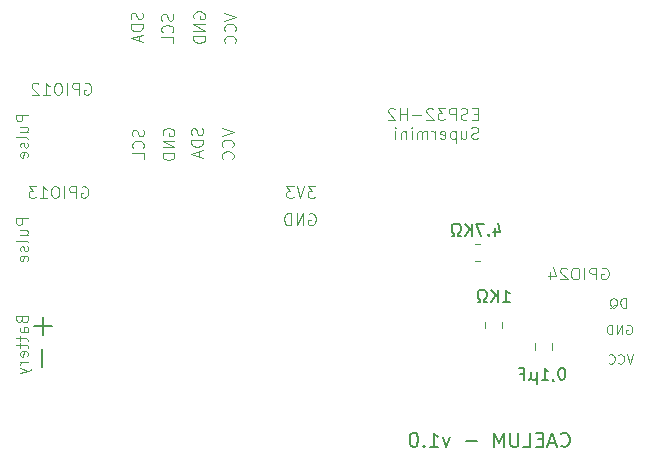
<source format=gbo>
%TF.GenerationSoftware,KiCad,Pcbnew,9.0.5*%
%TF.CreationDate,2025-11-19T14:43:04+01:00*%
%TF.ProjectId,caelum,6361656c-756d-42e6-9b69-6361645f7063,rev?*%
%TF.SameCoordinates,Original*%
%TF.FileFunction,Legend,Bot*%
%TF.FilePolarity,Positive*%
%FSLAX46Y46*%
G04 Gerber Fmt 4.6, Leading zero omitted, Abs format (unit mm)*
G04 Created by KiCad (PCBNEW 9.0.5) date 2025-11-19 14:43:04*
%MOMM*%
%LPD*%
G01*
G04 APERTURE LIST*
%ADD10C,0.125000*%
%ADD11C,0.200000*%
%ADD12C,0.150000*%
%ADD13C,0.120000*%
G04 APERTURE END LIST*
D10*
X83174906Y-42371119D02*
X82555859Y-42371119D01*
X82555859Y-42371119D02*
X82889192Y-42752071D01*
X82889192Y-42752071D02*
X82746335Y-42752071D01*
X82746335Y-42752071D02*
X82651097Y-42799690D01*
X82651097Y-42799690D02*
X82603478Y-42847309D01*
X82603478Y-42847309D02*
X82555859Y-42942547D01*
X82555859Y-42942547D02*
X82555859Y-43180642D01*
X82555859Y-43180642D02*
X82603478Y-43275880D01*
X82603478Y-43275880D02*
X82651097Y-43323500D01*
X82651097Y-43323500D02*
X82746335Y-43371119D01*
X82746335Y-43371119D02*
X83032049Y-43371119D01*
X83032049Y-43371119D02*
X83127287Y-43323500D01*
X83127287Y-43323500D02*
X83174906Y-43275880D01*
X82270144Y-42371119D02*
X81936811Y-43371119D01*
X81936811Y-43371119D02*
X81603478Y-42371119D01*
X81365382Y-42371119D02*
X80746335Y-42371119D01*
X80746335Y-42371119D02*
X81079668Y-42752071D01*
X81079668Y-42752071D02*
X80936811Y-42752071D01*
X80936811Y-42752071D02*
X80841573Y-42799690D01*
X80841573Y-42799690D02*
X80793954Y-42847309D01*
X80793954Y-42847309D02*
X80746335Y-42942547D01*
X80746335Y-42942547D02*
X80746335Y-43180642D01*
X80746335Y-43180642D02*
X80793954Y-43275880D01*
X80793954Y-43275880D02*
X80841573Y-43323500D01*
X80841573Y-43323500D02*
X80936811Y-43371119D01*
X80936811Y-43371119D02*
X81222525Y-43371119D01*
X81222525Y-43371119D02*
X81317763Y-43323500D01*
X81317763Y-43323500D02*
X81365382Y-43275880D01*
X82655859Y-44718738D02*
X82751097Y-44671119D01*
X82751097Y-44671119D02*
X82893954Y-44671119D01*
X82893954Y-44671119D02*
X83036811Y-44718738D01*
X83036811Y-44718738D02*
X83132049Y-44813976D01*
X83132049Y-44813976D02*
X83179668Y-44909214D01*
X83179668Y-44909214D02*
X83227287Y-45099690D01*
X83227287Y-45099690D02*
X83227287Y-45242547D01*
X83227287Y-45242547D02*
X83179668Y-45433023D01*
X83179668Y-45433023D02*
X83132049Y-45528261D01*
X83132049Y-45528261D02*
X83036811Y-45623500D01*
X83036811Y-45623500D02*
X82893954Y-45671119D01*
X82893954Y-45671119D02*
X82798716Y-45671119D01*
X82798716Y-45671119D02*
X82655859Y-45623500D01*
X82655859Y-45623500D02*
X82608240Y-45575880D01*
X82608240Y-45575880D02*
X82608240Y-45242547D01*
X82608240Y-45242547D02*
X82798716Y-45242547D01*
X82179668Y-45671119D02*
X82179668Y-44671119D01*
X82179668Y-44671119D02*
X81608240Y-45671119D01*
X81608240Y-45671119D02*
X81608240Y-44671119D01*
X81132049Y-45671119D02*
X81132049Y-44671119D01*
X81132049Y-44671119D02*
X80893954Y-44671119D01*
X80893954Y-44671119D02*
X80751097Y-44718738D01*
X80751097Y-44718738D02*
X80655859Y-44813976D01*
X80655859Y-44813976D02*
X80608240Y-44909214D01*
X80608240Y-44909214D02*
X80560621Y-45099690D01*
X80560621Y-45099690D02*
X80560621Y-45242547D01*
X80560621Y-45242547D02*
X80608240Y-45433023D01*
X80608240Y-45433023D02*
X80655859Y-45528261D01*
X80655859Y-45528261D02*
X80751097Y-45623500D01*
X80751097Y-45623500D02*
X80893954Y-45671119D01*
X80893954Y-45671119D02*
X81132049Y-45671119D01*
D11*
X103996993Y-64328457D02*
X104054136Y-64385600D01*
X104054136Y-64385600D02*
X104225564Y-64442742D01*
X104225564Y-64442742D02*
X104339850Y-64442742D01*
X104339850Y-64442742D02*
X104511279Y-64385600D01*
X104511279Y-64385600D02*
X104625564Y-64271314D01*
X104625564Y-64271314D02*
X104682707Y-64157028D01*
X104682707Y-64157028D02*
X104739850Y-63928457D01*
X104739850Y-63928457D02*
X104739850Y-63757028D01*
X104739850Y-63757028D02*
X104682707Y-63528457D01*
X104682707Y-63528457D02*
X104625564Y-63414171D01*
X104625564Y-63414171D02*
X104511279Y-63299885D01*
X104511279Y-63299885D02*
X104339850Y-63242742D01*
X104339850Y-63242742D02*
X104225564Y-63242742D01*
X104225564Y-63242742D02*
X104054136Y-63299885D01*
X104054136Y-63299885D02*
X103996993Y-63357028D01*
X103539850Y-64099885D02*
X102968422Y-64099885D01*
X103654136Y-64442742D02*
X103254136Y-63242742D01*
X103254136Y-63242742D02*
X102854136Y-64442742D01*
X102454136Y-63814171D02*
X102054136Y-63814171D01*
X101882708Y-64442742D02*
X102454136Y-64442742D01*
X102454136Y-64442742D02*
X102454136Y-63242742D01*
X102454136Y-63242742D02*
X101882708Y-63242742D01*
X100796994Y-64442742D02*
X101368422Y-64442742D01*
X101368422Y-64442742D02*
X101368422Y-63242742D01*
X100396993Y-63242742D02*
X100396993Y-64214171D01*
X100396993Y-64214171D02*
X100339850Y-64328457D01*
X100339850Y-64328457D02*
X100282708Y-64385600D01*
X100282708Y-64385600D02*
X100168422Y-64442742D01*
X100168422Y-64442742D02*
X99939850Y-64442742D01*
X99939850Y-64442742D02*
X99825565Y-64385600D01*
X99825565Y-64385600D02*
X99768422Y-64328457D01*
X99768422Y-64328457D02*
X99711279Y-64214171D01*
X99711279Y-64214171D02*
X99711279Y-63242742D01*
X99139850Y-64442742D02*
X99139850Y-63242742D01*
X99139850Y-63242742D02*
X98739850Y-64099885D01*
X98739850Y-64099885D02*
X98339850Y-63242742D01*
X98339850Y-63242742D02*
X98339850Y-64442742D01*
X96854135Y-63985600D02*
X95939850Y-63985600D01*
X94568421Y-63642742D02*
X94282707Y-64442742D01*
X94282707Y-64442742D02*
X93996992Y-63642742D01*
X92911278Y-64442742D02*
X93596992Y-64442742D01*
X93254135Y-64442742D02*
X93254135Y-63242742D01*
X93254135Y-63242742D02*
X93368421Y-63414171D01*
X93368421Y-63414171D02*
X93482706Y-63528457D01*
X93482706Y-63528457D02*
X93596992Y-63585600D01*
X92396992Y-64328457D02*
X92339849Y-64385600D01*
X92339849Y-64385600D02*
X92396992Y-64442742D01*
X92396992Y-64442742D02*
X92454135Y-64385600D01*
X92454135Y-64385600D02*
X92396992Y-64328457D01*
X92396992Y-64328457D02*
X92396992Y-64442742D01*
X91596992Y-63242742D02*
X91482706Y-63242742D01*
X91482706Y-63242742D02*
X91368420Y-63299885D01*
X91368420Y-63299885D02*
X91311278Y-63357028D01*
X91311278Y-63357028D02*
X91254135Y-63471314D01*
X91254135Y-63471314D02*
X91196992Y-63699885D01*
X91196992Y-63699885D02*
X91196992Y-63985600D01*
X91196992Y-63985600D02*
X91254135Y-64214171D01*
X91254135Y-64214171D02*
X91311278Y-64328457D01*
X91311278Y-64328457D02*
X91368420Y-64385600D01*
X91368420Y-64385600D02*
X91482706Y-64442742D01*
X91482706Y-64442742D02*
X91596992Y-64442742D01*
X91596992Y-64442742D02*
X91711278Y-64385600D01*
X91711278Y-64385600D02*
X91768420Y-64328457D01*
X91768420Y-64328457D02*
X91825563Y-64214171D01*
X91825563Y-64214171D02*
X91882706Y-63985600D01*
X91882706Y-63985600D02*
X91882706Y-63699885D01*
X91882706Y-63699885D02*
X91825563Y-63471314D01*
X91825563Y-63471314D02*
X91768420Y-63357028D01*
X91768420Y-63357028D02*
X91711278Y-63299885D01*
X91711278Y-63299885D02*
X91596992Y-63242742D01*
D10*
X70318738Y-38044140D02*
X70271119Y-37948902D01*
X70271119Y-37948902D02*
X70271119Y-37806045D01*
X70271119Y-37806045D02*
X70318738Y-37663188D01*
X70318738Y-37663188D02*
X70413976Y-37567950D01*
X70413976Y-37567950D02*
X70509214Y-37520331D01*
X70509214Y-37520331D02*
X70699690Y-37472712D01*
X70699690Y-37472712D02*
X70842547Y-37472712D01*
X70842547Y-37472712D02*
X71033023Y-37520331D01*
X71033023Y-37520331D02*
X71128261Y-37567950D01*
X71128261Y-37567950D02*
X71223500Y-37663188D01*
X71223500Y-37663188D02*
X71271119Y-37806045D01*
X71271119Y-37806045D02*
X71271119Y-37901283D01*
X71271119Y-37901283D02*
X71223500Y-38044140D01*
X71223500Y-38044140D02*
X71175880Y-38091759D01*
X71175880Y-38091759D02*
X70842547Y-38091759D01*
X70842547Y-38091759D02*
X70842547Y-37901283D01*
X71271119Y-38520331D02*
X70271119Y-38520331D01*
X70271119Y-38520331D02*
X71271119Y-39091759D01*
X71271119Y-39091759D02*
X70271119Y-39091759D01*
X71271119Y-39567950D02*
X70271119Y-39567950D01*
X70271119Y-39567950D02*
X70271119Y-39806045D01*
X70271119Y-39806045D02*
X70318738Y-39948902D01*
X70318738Y-39948902D02*
X70413976Y-40044140D01*
X70413976Y-40044140D02*
X70509214Y-40091759D01*
X70509214Y-40091759D02*
X70699690Y-40139378D01*
X70699690Y-40139378D02*
X70842547Y-40139378D01*
X70842547Y-40139378D02*
X71033023Y-40091759D01*
X71033023Y-40091759D02*
X71128261Y-40044140D01*
X71128261Y-40044140D02*
X71223500Y-39948902D01*
X71223500Y-39948902D02*
X71271119Y-39806045D01*
X71271119Y-39806045D02*
X71271119Y-39567950D01*
X75271119Y-37477474D02*
X76271119Y-37810807D01*
X76271119Y-37810807D02*
X75271119Y-38144140D01*
X76175880Y-39048902D02*
X76223500Y-39001283D01*
X76223500Y-39001283D02*
X76271119Y-38858426D01*
X76271119Y-38858426D02*
X76271119Y-38763188D01*
X76271119Y-38763188D02*
X76223500Y-38620331D01*
X76223500Y-38620331D02*
X76128261Y-38525093D01*
X76128261Y-38525093D02*
X76033023Y-38477474D01*
X76033023Y-38477474D02*
X75842547Y-38429855D01*
X75842547Y-38429855D02*
X75699690Y-38429855D01*
X75699690Y-38429855D02*
X75509214Y-38477474D01*
X75509214Y-38477474D02*
X75413976Y-38525093D01*
X75413976Y-38525093D02*
X75318738Y-38620331D01*
X75318738Y-38620331D02*
X75271119Y-38763188D01*
X75271119Y-38763188D02*
X75271119Y-38858426D01*
X75271119Y-38858426D02*
X75318738Y-39001283D01*
X75318738Y-39001283D02*
X75366357Y-39048902D01*
X76175880Y-40048902D02*
X76223500Y-40001283D01*
X76223500Y-40001283D02*
X76271119Y-39858426D01*
X76271119Y-39858426D02*
X76271119Y-39763188D01*
X76271119Y-39763188D02*
X76223500Y-39620331D01*
X76223500Y-39620331D02*
X76128261Y-39525093D01*
X76128261Y-39525093D02*
X76033023Y-39477474D01*
X76033023Y-39477474D02*
X75842547Y-39429855D01*
X75842547Y-39429855D02*
X75699690Y-39429855D01*
X75699690Y-39429855D02*
X75509214Y-39477474D01*
X75509214Y-39477474D02*
X75413976Y-39525093D01*
X75413976Y-39525093D02*
X75318738Y-39620331D01*
X75318738Y-39620331D02*
X75271119Y-39763188D01*
X75271119Y-39763188D02*
X75271119Y-39858426D01*
X75271119Y-39858426D02*
X75318738Y-40001283D01*
X75318738Y-40001283D02*
X75366357Y-40048902D01*
X75471119Y-27677474D02*
X76471119Y-28010807D01*
X76471119Y-28010807D02*
X75471119Y-28344140D01*
X76375880Y-29248902D02*
X76423500Y-29201283D01*
X76423500Y-29201283D02*
X76471119Y-29058426D01*
X76471119Y-29058426D02*
X76471119Y-28963188D01*
X76471119Y-28963188D02*
X76423500Y-28820331D01*
X76423500Y-28820331D02*
X76328261Y-28725093D01*
X76328261Y-28725093D02*
X76233023Y-28677474D01*
X76233023Y-28677474D02*
X76042547Y-28629855D01*
X76042547Y-28629855D02*
X75899690Y-28629855D01*
X75899690Y-28629855D02*
X75709214Y-28677474D01*
X75709214Y-28677474D02*
X75613976Y-28725093D01*
X75613976Y-28725093D02*
X75518738Y-28820331D01*
X75518738Y-28820331D02*
X75471119Y-28963188D01*
X75471119Y-28963188D02*
X75471119Y-29058426D01*
X75471119Y-29058426D02*
X75518738Y-29201283D01*
X75518738Y-29201283D02*
X75566357Y-29248902D01*
X76375880Y-30248902D02*
X76423500Y-30201283D01*
X76423500Y-30201283D02*
X76471119Y-30058426D01*
X76471119Y-30058426D02*
X76471119Y-29963188D01*
X76471119Y-29963188D02*
X76423500Y-29820331D01*
X76423500Y-29820331D02*
X76328261Y-29725093D01*
X76328261Y-29725093D02*
X76233023Y-29677474D01*
X76233023Y-29677474D02*
X76042547Y-29629855D01*
X76042547Y-29629855D02*
X75899690Y-29629855D01*
X75899690Y-29629855D02*
X75709214Y-29677474D01*
X75709214Y-29677474D02*
X75613976Y-29725093D01*
X75613976Y-29725093D02*
X75518738Y-29820331D01*
X75518738Y-29820331D02*
X75471119Y-29963188D01*
X75471119Y-29963188D02*
X75471119Y-30058426D01*
X75471119Y-30058426D02*
X75518738Y-30201283D01*
X75518738Y-30201283D02*
X75566357Y-30248902D01*
X72918738Y-28144140D02*
X72871119Y-28048902D01*
X72871119Y-28048902D02*
X72871119Y-27906045D01*
X72871119Y-27906045D02*
X72918738Y-27763188D01*
X72918738Y-27763188D02*
X73013976Y-27667950D01*
X73013976Y-27667950D02*
X73109214Y-27620331D01*
X73109214Y-27620331D02*
X73299690Y-27572712D01*
X73299690Y-27572712D02*
X73442547Y-27572712D01*
X73442547Y-27572712D02*
X73633023Y-27620331D01*
X73633023Y-27620331D02*
X73728261Y-27667950D01*
X73728261Y-27667950D02*
X73823500Y-27763188D01*
X73823500Y-27763188D02*
X73871119Y-27906045D01*
X73871119Y-27906045D02*
X73871119Y-28001283D01*
X73871119Y-28001283D02*
X73823500Y-28144140D01*
X73823500Y-28144140D02*
X73775880Y-28191759D01*
X73775880Y-28191759D02*
X73442547Y-28191759D01*
X73442547Y-28191759D02*
X73442547Y-28001283D01*
X73871119Y-28620331D02*
X72871119Y-28620331D01*
X72871119Y-28620331D02*
X73871119Y-29191759D01*
X73871119Y-29191759D02*
X72871119Y-29191759D01*
X73871119Y-29667950D02*
X72871119Y-29667950D01*
X72871119Y-29667950D02*
X72871119Y-29906045D01*
X72871119Y-29906045D02*
X72918738Y-30048902D01*
X72918738Y-30048902D02*
X73013976Y-30144140D01*
X73013976Y-30144140D02*
X73109214Y-30191759D01*
X73109214Y-30191759D02*
X73299690Y-30239378D01*
X73299690Y-30239378D02*
X73442547Y-30239378D01*
X73442547Y-30239378D02*
X73633023Y-30191759D01*
X73633023Y-30191759D02*
X73728261Y-30144140D01*
X73728261Y-30144140D02*
X73823500Y-30048902D01*
X73823500Y-30048902D02*
X73871119Y-29906045D01*
X73871119Y-29906045D02*
X73871119Y-29667950D01*
X107455859Y-49318738D02*
X107551097Y-49271119D01*
X107551097Y-49271119D02*
X107693954Y-49271119D01*
X107693954Y-49271119D02*
X107836811Y-49318738D01*
X107836811Y-49318738D02*
X107932049Y-49413976D01*
X107932049Y-49413976D02*
X107979668Y-49509214D01*
X107979668Y-49509214D02*
X108027287Y-49699690D01*
X108027287Y-49699690D02*
X108027287Y-49842547D01*
X108027287Y-49842547D02*
X107979668Y-50033023D01*
X107979668Y-50033023D02*
X107932049Y-50128261D01*
X107932049Y-50128261D02*
X107836811Y-50223500D01*
X107836811Y-50223500D02*
X107693954Y-50271119D01*
X107693954Y-50271119D02*
X107598716Y-50271119D01*
X107598716Y-50271119D02*
X107455859Y-50223500D01*
X107455859Y-50223500D02*
X107408240Y-50175880D01*
X107408240Y-50175880D02*
X107408240Y-49842547D01*
X107408240Y-49842547D02*
X107598716Y-49842547D01*
X106979668Y-50271119D02*
X106979668Y-49271119D01*
X106979668Y-49271119D02*
X106598716Y-49271119D01*
X106598716Y-49271119D02*
X106503478Y-49318738D01*
X106503478Y-49318738D02*
X106455859Y-49366357D01*
X106455859Y-49366357D02*
X106408240Y-49461595D01*
X106408240Y-49461595D02*
X106408240Y-49604452D01*
X106408240Y-49604452D02*
X106455859Y-49699690D01*
X106455859Y-49699690D02*
X106503478Y-49747309D01*
X106503478Y-49747309D02*
X106598716Y-49794928D01*
X106598716Y-49794928D02*
X106979668Y-49794928D01*
X105979668Y-50271119D02*
X105979668Y-49271119D01*
X105313002Y-49271119D02*
X105122526Y-49271119D01*
X105122526Y-49271119D02*
X105027288Y-49318738D01*
X105027288Y-49318738D02*
X104932050Y-49413976D01*
X104932050Y-49413976D02*
X104884431Y-49604452D01*
X104884431Y-49604452D02*
X104884431Y-49937785D01*
X104884431Y-49937785D02*
X104932050Y-50128261D01*
X104932050Y-50128261D02*
X105027288Y-50223500D01*
X105027288Y-50223500D02*
X105122526Y-50271119D01*
X105122526Y-50271119D02*
X105313002Y-50271119D01*
X105313002Y-50271119D02*
X105408240Y-50223500D01*
X105408240Y-50223500D02*
X105503478Y-50128261D01*
X105503478Y-50128261D02*
X105551097Y-49937785D01*
X105551097Y-49937785D02*
X105551097Y-49604452D01*
X105551097Y-49604452D02*
X105503478Y-49413976D01*
X105503478Y-49413976D02*
X105408240Y-49318738D01*
X105408240Y-49318738D02*
X105313002Y-49271119D01*
X104503478Y-49366357D02*
X104455859Y-49318738D01*
X104455859Y-49318738D02*
X104360621Y-49271119D01*
X104360621Y-49271119D02*
X104122526Y-49271119D01*
X104122526Y-49271119D02*
X104027288Y-49318738D01*
X104027288Y-49318738D02*
X103979669Y-49366357D01*
X103979669Y-49366357D02*
X103932050Y-49461595D01*
X103932050Y-49461595D02*
X103932050Y-49556833D01*
X103932050Y-49556833D02*
X103979669Y-49699690D01*
X103979669Y-49699690D02*
X104551097Y-50271119D01*
X104551097Y-50271119D02*
X103932050Y-50271119D01*
X103074907Y-49604452D02*
X103074907Y-50271119D01*
X103313002Y-49223500D02*
X103551097Y-49937785D01*
X103551097Y-49937785D02*
X102932050Y-49937785D01*
D12*
X98395237Y-45888152D02*
X98395237Y-46554819D01*
X98633332Y-45507200D02*
X98871427Y-46221485D01*
X98871427Y-46221485D02*
X98252380Y-46221485D01*
X97871427Y-46459580D02*
X97823808Y-46507200D01*
X97823808Y-46507200D02*
X97871427Y-46554819D01*
X97871427Y-46554819D02*
X97919046Y-46507200D01*
X97919046Y-46507200D02*
X97871427Y-46459580D01*
X97871427Y-46459580D02*
X97871427Y-46554819D01*
X97490475Y-45554819D02*
X96823809Y-45554819D01*
X96823809Y-45554819D02*
X97252380Y-46554819D01*
X96442856Y-46554819D02*
X96442856Y-45554819D01*
X95871428Y-46554819D02*
X96299999Y-45983390D01*
X95871428Y-45554819D02*
X96442856Y-46126247D01*
X95490475Y-46554819D02*
X95252380Y-46554819D01*
X95252380Y-46554819D02*
X95252380Y-46364342D01*
X95252380Y-46364342D02*
X95347618Y-46316723D01*
X95347618Y-46316723D02*
X95442856Y-46221485D01*
X95442856Y-46221485D02*
X95490475Y-46078628D01*
X95490475Y-46078628D02*
X95490475Y-45840533D01*
X95490475Y-45840533D02*
X95442856Y-45697676D01*
X95442856Y-45697676D02*
X95347618Y-45602438D01*
X95347618Y-45602438D02*
X95204761Y-45554819D01*
X95204761Y-45554819D02*
X95014285Y-45554819D01*
X95014285Y-45554819D02*
X94871428Y-45602438D01*
X94871428Y-45602438D02*
X94776190Y-45697676D01*
X94776190Y-45697676D02*
X94728571Y-45840533D01*
X94728571Y-45840533D02*
X94728571Y-46078628D01*
X94728571Y-46078628D02*
X94776190Y-46221485D01*
X94776190Y-46221485D02*
X94871428Y-46316723D01*
X94871428Y-46316723D02*
X94966666Y-46364342D01*
X94966666Y-46364342D02*
X94966666Y-46554819D01*
X94966666Y-46554819D02*
X94728571Y-46554819D01*
D10*
X63655859Y-33668738D02*
X63751097Y-33621119D01*
X63751097Y-33621119D02*
X63893954Y-33621119D01*
X63893954Y-33621119D02*
X64036811Y-33668738D01*
X64036811Y-33668738D02*
X64132049Y-33763976D01*
X64132049Y-33763976D02*
X64179668Y-33859214D01*
X64179668Y-33859214D02*
X64227287Y-34049690D01*
X64227287Y-34049690D02*
X64227287Y-34192547D01*
X64227287Y-34192547D02*
X64179668Y-34383023D01*
X64179668Y-34383023D02*
X64132049Y-34478261D01*
X64132049Y-34478261D02*
X64036811Y-34573500D01*
X64036811Y-34573500D02*
X63893954Y-34621119D01*
X63893954Y-34621119D02*
X63798716Y-34621119D01*
X63798716Y-34621119D02*
X63655859Y-34573500D01*
X63655859Y-34573500D02*
X63608240Y-34525880D01*
X63608240Y-34525880D02*
X63608240Y-34192547D01*
X63608240Y-34192547D02*
X63798716Y-34192547D01*
X63179668Y-34621119D02*
X63179668Y-33621119D01*
X63179668Y-33621119D02*
X62798716Y-33621119D01*
X62798716Y-33621119D02*
X62703478Y-33668738D01*
X62703478Y-33668738D02*
X62655859Y-33716357D01*
X62655859Y-33716357D02*
X62608240Y-33811595D01*
X62608240Y-33811595D02*
X62608240Y-33954452D01*
X62608240Y-33954452D02*
X62655859Y-34049690D01*
X62655859Y-34049690D02*
X62703478Y-34097309D01*
X62703478Y-34097309D02*
X62798716Y-34144928D01*
X62798716Y-34144928D02*
X63179668Y-34144928D01*
X62179668Y-34621119D02*
X62179668Y-33621119D01*
X61513002Y-33621119D02*
X61322526Y-33621119D01*
X61322526Y-33621119D02*
X61227288Y-33668738D01*
X61227288Y-33668738D02*
X61132050Y-33763976D01*
X61132050Y-33763976D02*
X61084431Y-33954452D01*
X61084431Y-33954452D02*
X61084431Y-34287785D01*
X61084431Y-34287785D02*
X61132050Y-34478261D01*
X61132050Y-34478261D02*
X61227288Y-34573500D01*
X61227288Y-34573500D02*
X61322526Y-34621119D01*
X61322526Y-34621119D02*
X61513002Y-34621119D01*
X61513002Y-34621119D02*
X61608240Y-34573500D01*
X61608240Y-34573500D02*
X61703478Y-34478261D01*
X61703478Y-34478261D02*
X61751097Y-34287785D01*
X61751097Y-34287785D02*
X61751097Y-33954452D01*
X61751097Y-33954452D02*
X61703478Y-33763976D01*
X61703478Y-33763976D02*
X61608240Y-33668738D01*
X61608240Y-33668738D02*
X61513002Y-33621119D01*
X60132050Y-34621119D02*
X60703478Y-34621119D01*
X60417764Y-34621119D02*
X60417764Y-33621119D01*
X60417764Y-33621119D02*
X60513002Y-33763976D01*
X60513002Y-33763976D02*
X60608240Y-33859214D01*
X60608240Y-33859214D02*
X60703478Y-33906833D01*
X59751097Y-33716357D02*
X59703478Y-33668738D01*
X59703478Y-33668738D02*
X59608240Y-33621119D01*
X59608240Y-33621119D02*
X59370145Y-33621119D01*
X59370145Y-33621119D02*
X59274907Y-33668738D01*
X59274907Y-33668738D02*
X59227288Y-33716357D01*
X59227288Y-33716357D02*
X59179669Y-33811595D01*
X59179669Y-33811595D02*
X59179669Y-33906833D01*
X59179669Y-33906833D02*
X59227288Y-34049690D01*
X59227288Y-34049690D02*
X59798716Y-34621119D01*
X59798716Y-34621119D02*
X59179669Y-34621119D01*
X63405859Y-42418738D02*
X63501097Y-42371119D01*
X63501097Y-42371119D02*
X63643954Y-42371119D01*
X63643954Y-42371119D02*
X63786811Y-42418738D01*
X63786811Y-42418738D02*
X63882049Y-42513976D01*
X63882049Y-42513976D02*
X63929668Y-42609214D01*
X63929668Y-42609214D02*
X63977287Y-42799690D01*
X63977287Y-42799690D02*
X63977287Y-42942547D01*
X63977287Y-42942547D02*
X63929668Y-43133023D01*
X63929668Y-43133023D02*
X63882049Y-43228261D01*
X63882049Y-43228261D02*
X63786811Y-43323500D01*
X63786811Y-43323500D02*
X63643954Y-43371119D01*
X63643954Y-43371119D02*
X63548716Y-43371119D01*
X63548716Y-43371119D02*
X63405859Y-43323500D01*
X63405859Y-43323500D02*
X63358240Y-43275880D01*
X63358240Y-43275880D02*
X63358240Y-42942547D01*
X63358240Y-42942547D02*
X63548716Y-42942547D01*
X62929668Y-43371119D02*
X62929668Y-42371119D01*
X62929668Y-42371119D02*
X62548716Y-42371119D01*
X62548716Y-42371119D02*
X62453478Y-42418738D01*
X62453478Y-42418738D02*
X62405859Y-42466357D01*
X62405859Y-42466357D02*
X62358240Y-42561595D01*
X62358240Y-42561595D02*
X62358240Y-42704452D01*
X62358240Y-42704452D02*
X62405859Y-42799690D01*
X62405859Y-42799690D02*
X62453478Y-42847309D01*
X62453478Y-42847309D02*
X62548716Y-42894928D01*
X62548716Y-42894928D02*
X62929668Y-42894928D01*
X61929668Y-43371119D02*
X61929668Y-42371119D01*
X61263002Y-42371119D02*
X61072526Y-42371119D01*
X61072526Y-42371119D02*
X60977288Y-42418738D01*
X60977288Y-42418738D02*
X60882050Y-42513976D01*
X60882050Y-42513976D02*
X60834431Y-42704452D01*
X60834431Y-42704452D02*
X60834431Y-43037785D01*
X60834431Y-43037785D02*
X60882050Y-43228261D01*
X60882050Y-43228261D02*
X60977288Y-43323500D01*
X60977288Y-43323500D02*
X61072526Y-43371119D01*
X61072526Y-43371119D02*
X61263002Y-43371119D01*
X61263002Y-43371119D02*
X61358240Y-43323500D01*
X61358240Y-43323500D02*
X61453478Y-43228261D01*
X61453478Y-43228261D02*
X61501097Y-43037785D01*
X61501097Y-43037785D02*
X61501097Y-42704452D01*
X61501097Y-42704452D02*
X61453478Y-42513976D01*
X61453478Y-42513976D02*
X61358240Y-42418738D01*
X61358240Y-42418738D02*
X61263002Y-42371119D01*
X59882050Y-43371119D02*
X60453478Y-43371119D01*
X60167764Y-43371119D02*
X60167764Y-42371119D01*
X60167764Y-42371119D02*
X60263002Y-42513976D01*
X60263002Y-42513976D02*
X60358240Y-42609214D01*
X60358240Y-42609214D02*
X60453478Y-42656833D01*
X59548716Y-42371119D02*
X58929669Y-42371119D01*
X58929669Y-42371119D02*
X59263002Y-42752071D01*
X59263002Y-42752071D02*
X59120145Y-42752071D01*
X59120145Y-42752071D02*
X59024907Y-42799690D01*
X59024907Y-42799690D02*
X58977288Y-42847309D01*
X58977288Y-42847309D02*
X58929669Y-42942547D01*
X58929669Y-42942547D02*
X58929669Y-43180642D01*
X58929669Y-43180642D02*
X58977288Y-43275880D01*
X58977288Y-43275880D02*
X59024907Y-43323500D01*
X59024907Y-43323500D02*
X59120145Y-43371119D01*
X59120145Y-43371119D02*
X59405859Y-43371119D01*
X59405859Y-43371119D02*
X59501097Y-43323500D01*
X59501097Y-43323500D02*
X59548716Y-43275880D01*
X96929668Y-36237365D02*
X96596335Y-36237365D01*
X96453478Y-36761175D02*
X96929668Y-36761175D01*
X96929668Y-36761175D02*
X96929668Y-35761175D01*
X96929668Y-35761175D02*
X96453478Y-35761175D01*
X96072525Y-36713556D02*
X95929668Y-36761175D01*
X95929668Y-36761175D02*
X95691573Y-36761175D01*
X95691573Y-36761175D02*
X95596335Y-36713556D01*
X95596335Y-36713556D02*
X95548716Y-36665936D01*
X95548716Y-36665936D02*
X95501097Y-36570698D01*
X95501097Y-36570698D02*
X95501097Y-36475460D01*
X95501097Y-36475460D02*
X95548716Y-36380222D01*
X95548716Y-36380222D02*
X95596335Y-36332603D01*
X95596335Y-36332603D02*
X95691573Y-36284984D01*
X95691573Y-36284984D02*
X95882049Y-36237365D01*
X95882049Y-36237365D02*
X95977287Y-36189746D01*
X95977287Y-36189746D02*
X96024906Y-36142127D01*
X96024906Y-36142127D02*
X96072525Y-36046889D01*
X96072525Y-36046889D02*
X96072525Y-35951651D01*
X96072525Y-35951651D02*
X96024906Y-35856413D01*
X96024906Y-35856413D02*
X95977287Y-35808794D01*
X95977287Y-35808794D02*
X95882049Y-35761175D01*
X95882049Y-35761175D02*
X95643954Y-35761175D01*
X95643954Y-35761175D02*
X95501097Y-35808794D01*
X95072525Y-36761175D02*
X95072525Y-35761175D01*
X95072525Y-35761175D02*
X94691573Y-35761175D01*
X94691573Y-35761175D02*
X94596335Y-35808794D01*
X94596335Y-35808794D02*
X94548716Y-35856413D01*
X94548716Y-35856413D02*
X94501097Y-35951651D01*
X94501097Y-35951651D02*
X94501097Y-36094508D01*
X94501097Y-36094508D02*
X94548716Y-36189746D01*
X94548716Y-36189746D02*
X94596335Y-36237365D01*
X94596335Y-36237365D02*
X94691573Y-36284984D01*
X94691573Y-36284984D02*
X95072525Y-36284984D01*
X94167763Y-35761175D02*
X93548716Y-35761175D01*
X93548716Y-35761175D02*
X93882049Y-36142127D01*
X93882049Y-36142127D02*
X93739192Y-36142127D01*
X93739192Y-36142127D02*
X93643954Y-36189746D01*
X93643954Y-36189746D02*
X93596335Y-36237365D01*
X93596335Y-36237365D02*
X93548716Y-36332603D01*
X93548716Y-36332603D02*
X93548716Y-36570698D01*
X93548716Y-36570698D02*
X93596335Y-36665936D01*
X93596335Y-36665936D02*
X93643954Y-36713556D01*
X93643954Y-36713556D02*
X93739192Y-36761175D01*
X93739192Y-36761175D02*
X94024906Y-36761175D01*
X94024906Y-36761175D02*
X94120144Y-36713556D01*
X94120144Y-36713556D02*
X94167763Y-36665936D01*
X93167763Y-35856413D02*
X93120144Y-35808794D01*
X93120144Y-35808794D02*
X93024906Y-35761175D01*
X93024906Y-35761175D02*
X92786811Y-35761175D01*
X92786811Y-35761175D02*
X92691573Y-35808794D01*
X92691573Y-35808794D02*
X92643954Y-35856413D01*
X92643954Y-35856413D02*
X92596335Y-35951651D01*
X92596335Y-35951651D02*
X92596335Y-36046889D01*
X92596335Y-36046889D02*
X92643954Y-36189746D01*
X92643954Y-36189746D02*
X93215382Y-36761175D01*
X93215382Y-36761175D02*
X92596335Y-36761175D01*
X92167763Y-36380222D02*
X91405859Y-36380222D01*
X90929668Y-36761175D02*
X90929668Y-35761175D01*
X90929668Y-36237365D02*
X90358240Y-36237365D01*
X90358240Y-36761175D02*
X90358240Y-35761175D01*
X89929668Y-35856413D02*
X89882049Y-35808794D01*
X89882049Y-35808794D02*
X89786811Y-35761175D01*
X89786811Y-35761175D02*
X89548716Y-35761175D01*
X89548716Y-35761175D02*
X89453478Y-35808794D01*
X89453478Y-35808794D02*
X89405859Y-35856413D01*
X89405859Y-35856413D02*
X89358240Y-35951651D01*
X89358240Y-35951651D02*
X89358240Y-36046889D01*
X89358240Y-36046889D02*
X89405859Y-36189746D01*
X89405859Y-36189746D02*
X89977287Y-36761175D01*
X89977287Y-36761175D02*
X89358240Y-36761175D01*
X96977287Y-38323500D02*
X96834430Y-38371119D01*
X96834430Y-38371119D02*
X96596335Y-38371119D01*
X96596335Y-38371119D02*
X96501097Y-38323500D01*
X96501097Y-38323500D02*
X96453478Y-38275880D01*
X96453478Y-38275880D02*
X96405859Y-38180642D01*
X96405859Y-38180642D02*
X96405859Y-38085404D01*
X96405859Y-38085404D02*
X96453478Y-37990166D01*
X96453478Y-37990166D02*
X96501097Y-37942547D01*
X96501097Y-37942547D02*
X96596335Y-37894928D01*
X96596335Y-37894928D02*
X96786811Y-37847309D01*
X96786811Y-37847309D02*
X96882049Y-37799690D01*
X96882049Y-37799690D02*
X96929668Y-37752071D01*
X96929668Y-37752071D02*
X96977287Y-37656833D01*
X96977287Y-37656833D02*
X96977287Y-37561595D01*
X96977287Y-37561595D02*
X96929668Y-37466357D01*
X96929668Y-37466357D02*
X96882049Y-37418738D01*
X96882049Y-37418738D02*
X96786811Y-37371119D01*
X96786811Y-37371119D02*
X96548716Y-37371119D01*
X96548716Y-37371119D02*
X96405859Y-37418738D01*
X95548716Y-37704452D02*
X95548716Y-38371119D01*
X95977287Y-37704452D02*
X95977287Y-38228261D01*
X95977287Y-38228261D02*
X95929668Y-38323500D01*
X95929668Y-38323500D02*
X95834430Y-38371119D01*
X95834430Y-38371119D02*
X95691573Y-38371119D01*
X95691573Y-38371119D02*
X95596335Y-38323500D01*
X95596335Y-38323500D02*
X95548716Y-38275880D01*
X95072525Y-37704452D02*
X95072525Y-38704452D01*
X95072525Y-37752071D02*
X94977287Y-37704452D01*
X94977287Y-37704452D02*
X94786811Y-37704452D01*
X94786811Y-37704452D02*
X94691573Y-37752071D01*
X94691573Y-37752071D02*
X94643954Y-37799690D01*
X94643954Y-37799690D02*
X94596335Y-37894928D01*
X94596335Y-37894928D02*
X94596335Y-38180642D01*
X94596335Y-38180642D02*
X94643954Y-38275880D01*
X94643954Y-38275880D02*
X94691573Y-38323500D01*
X94691573Y-38323500D02*
X94786811Y-38371119D01*
X94786811Y-38371119D02*
X94977287Y-38371119D01*
X94977287Y-38371119D02*
X95072525Y-38323500D01*
X93786811Y-38323500D02*
X93882049Y-38371119D01*
X93882049Y-38371119D02*
X94072525Y-38371119D01*
X94072525Y-38371119D02*
X94167763Y-38323500D01*
X94167763Y-38323500D02*
X94215382Y-38228261D01*
X94215382Y-38228261D02*
X94215382Y-37847309D01*
X94215382Y-37847309D02*
X94167763Y-37752071D01*
X94167763Y-37752071D02*
X94072525Y-37704452D01*
X94072525Y-37704452D02*
X93882049Y-37704452D01*
X93882049Y-37704452D02*
X93786811Y-37752071D01*
X93786811Y-37752071D02*
X93739192Y-37847309D01*
X93739192Y-37847309D02*
X93739192Y-37942547D01*
X93739192Y-37942547D02*
X94215382Y-38037785D01*
X93310620Y-38371119D02*
X93310620Y-37704452D01*
X93310620Y-37894928D02*
X93263001Y-37799690D01*
X93263001Y-37799690D02*
X93215382Y-37752071D01*
X93215382Y-37752071D02*
X93120144Y-37704452D01*
X93120144Y-37704452D02*
X93024906Y-37704452D01*
X92691572Y-38371119D02*
X92691572Y-37704452D01*
X92691572Y-37799690D02*
X92643953Y-37752071D01*
X92643953Y-37752071D02*
X92548715Y-37704452D01*
X92548715Y-37704452D02*
X92405858Y-37704452D01*
X92405858Y-37704452D02*
X92310620Y-37752071D01*
X92310620Y-37752071D02*
X92263001Y-37847309D01*
X92263001Y-37847309D02*
X92263001Y-38371119D01*
X92263001Y-37847309D02*
X92215382Y-37752071D01*
X92215382Y-37752071D02*
X92120144Y-37704452D01*
X92120144Y-37704452D02*
X91977287Y-37704452D01*
X91977287Y-37704452D02*
X91882048Y-37752071D01*
X91882048Y-37752071D02*
X91834429Y-37847309D01*
X91834429Y-37847309D02*
X91834429Y-38371119D01*
X91358239Y-38371119D02*
X91358239Y-37704452D01*
X91358239Y-37371119D02*
X91405858Y-37418738D01*
X91405858Y-37418738D02*
X91358239Y-37466357D01*
X91358239Y-37466357D02*
X91310620Y-37418738D01*
X91310620Y-37418738D02*
X91358239Y-37371119D01*
X91358239Y-37371119D02*
X91358239Y-37466357D01*
X90882049Y-37704452D02*
X90882049Y-38371119D01*
X90882049Y-37799690D02*
X90834430Y-37752071D01*
X90834430Y-37752071D02*
X90739192Y-37704452D01*
X90739192Y-37704452D02*
X90596335Y-37704452D01*
X90596335Y-37704452D02*
X90501097Y-37752071D01*
X90501097Y-37752071D02*
X90453478Y-37847309D01*
X90453478Y-37847309D02*
X90453478Y-38371119D01*
X89977287Y-38371119D02*
X89977287Y-37704452D01*
X89977287Y-37371119D02*
X90024906Y-37418738D01*
X90024906Y-37418738D02*
X89977287Y-37466357D01*
X89977287Y-37466357D02*
X89929668Y-37418738D01*
X89929668Y-37418738D02*
X89977287Y-37371119D01*
X89977287Y-37371119D02*
X89977287Y-37466357D01*
X110091573Y-56595595D02*
X109824906Y-57395595D01*
X109824906Y-57395595D02*
X109558240Y-56595595D01*
X108834430Y-57319404D02*
X108872526Y-57357500D01*
X108872526Y-57357500D02*
X108986811Y-57395595D01*
X108986811Y-57395595D02*
X109063002Y-57395595D01*
X109063002Y-57395595D02*
X109177288Y-57357500D01*
X109177288Y-57357500D02*
X109253478Y-57281309D01*
X109253478Y-57281309D02*
X109291573Y-57205119D01*
X109291573Y-57205119D02*
X109329669Y-57052738D01*
X109329669Y-57052738D02*
X109329669Y-56938452D01*
X109329669Y-56938452D02*
X109291573Y-56786071D01*
X109291573Y-56786071D02*
X109253478Y-56709880D01*
X109253478Y-56709880D02*
X109177288Y-56633690D01*
X109177288Y-56633690D02*
X109063002Y-56595595D01*
X109063002Y-56595595D02*
X108986811Y-56595595D01*
X108986811Y-56595595D02*
X108872526Y-56633690D01*
X108872526Y-56633690D02*
X108834430Y-56671785D01*
X108034430Y-57319404D02*
X108072526Y-57357500D01*
X108072526Y-57357500D02*
X108186811Y-57395595D01*
X108186811Y-57395595D02*
X108263002Y-57395595D01*
X108263002Y-57395595D02*
X108377288Y-57357500D01*
X108377288Y-57357500D02*
X108453478Y-57281309D01*
X108453478Y-57281309D02*
X108491573Y-57205119D01*
X108491573Y-57205119D02*
X108529669Y-57052738D01*
X108529669Y-57052738D02*
X108529669Y-56938452D01*
X108529669Y-56938452D02*
X108491573Y-56786071D01*
X108491573Y-56786071D02*
X108453478Y-56709880D01*
X108453478Y-56709880D02*
X108377288Y-56633690D01*
X108377288Y-56633690D02*
X108263002Y-56595595D01*
X108263002Y-56595595D02*
X108186811Y-56595595D01*
X108186811Y-56595595D02*
X108072526Y-56633690D01*
X108072526Y-56633690D02*
X108034430Y-56671785D01*
X109558240Y-54133690D02*
X109634430Y-54095595D01*
X109634430Y-54095595D02*
X109748716Y-54095595D01*
X109748716Y-54095595D02*
X109863002Y-54133690D01*
X109863002Y-54133690D02*
X109939192Y-54209880D01*
X109939192Y-54209880D02*
X109977287Y-54286071D01*
X109977287Y-54286071D02*
X110015383Y-54438452D01*
X110015383Y-54438452D02*
X110015383Y-54552738D01*
X110015383Y-54552738D02*
X109977287Y-54705119D01*
X109977287Y-54705119D02*
X109939192Y-54781309D01*
X109939192Y-54781309D02*
X109863002Y-54857500D01*
X109863002Y-54857500D02*
X109748716Y-54895595D01*
X109748716Y-54895595D02*
X109672525Y-54895595D01*
X109672525Y-54895595D02*
X109558240Y-54857500D01*
X109558240Y-54857500D02*
X109520144Y-54819404D01*
X109520144Y-54819404D02*
X109520144Y-54552738D01*
X109520144Y-54552738D02*
X109672525Y-54552738D01*
X109177287Y-54895595D02*
X109177287Y-54095595D01*
X109177287Y-54095595D02*
X108720144Y-54895595D01*
X108720144Y-54895595D02*
X108720144Y-54095595D01*
X108339192Y-54895595D02*
X108339192Y-54095595D01*
X108339192Y-54095595D02*
X108148716Y-54095595D01*
X108148716Y-54095595D02*
X108034430Y-54133690D01*
X108034430Y-54133690D02*
X107958240Y-54209880D01*
X107958240Y-54209880D02*
X107920145Y-54286071D01*
X107920145Y-54286071D02*
X107882049Y-54438452D01*
X107882049Y-54438452D02*
X107882049Y-54552738D01*
X107882049Y-54552738D02*
X107920145Y-54705119D01*
X107920145Y-54705119D02*
X107958240Y-54781309D01*
X107958240Y-54781309D02*
X108034430Y-54857500D01*
X108034430Y-54857500D02*
X108148716Y-54895595D01*
X108148716Y-54895595D02*
X108339192Y-54895595D01*
X109477287Y-52645595D02*
X109477287Y-51845595D01*
X109477287Y-51845595D02*
X109286811Y-51845595D01*
X109286811Y-51845595D02*
X109172525Y-51883690D01*
X109172525Y-51883690D02*
X109096335Y-51959880D01*
X109096335Y-51959880D02*
X109058240Y-52036071D01*
X109058240Y-52036071D02*
X109020144Y-52188452D01*
X109020144Y-52188452D02*
X109020144Y-52302738D01*
X109020144Y-52302738D02*
X109058240Y-52455119D01*
X109058240Y-52455119D02*
X109096335Y-52531309D01*
X109096335Y-52531309D02*
X109172525Y-52607500D01*
X109172525Y-52607500D02*
X109286811Y-52645595D01*
X109286811Y-52645595D02*
X109477287Y-52645595D01*
X108143954Y-52721785D02*
X108220144Y-52683690D01*
X108220144Y-52683690D02*
X108296335Y-52607500D01*
X108296335Y-52607500D02*
X108410621Y-52493214D01*
X108410621Y-52493214D02*
X108486811Y-52455119D01*
X108486811Y-52455119D02*
X108563002Y-52455119D01*
X108524906Y-52645595D02*
X108601097Y-52607500D01*
X108601097Y-52607500D02*
X108677287Y-52531309D01*
X108677287Y-52531309D02*
X108715383Y-52378928D01*
X108715383Y-52378928D02*
X108715383Y-52112261D01*
X108715383Y-52112261D02*
X108677287Y-51959880D01*
X108677287Y-51959880D02*
X108601097Y-51883690D01*
X108601097Y-51883690D02*
X108524906Y-51845595D01*
X108524906Y-51845595D02*
X108372525Y-51845595D01*
X108372525Y-51845595D02*
X108296335Y-51883690D01*
X108296335Y-51883690D02*
X108220144Y-51959880D01*
X108220144Y-51959880D02*
X108182049Y-52112261D01*
X108182049Y-52112261D02*
X108182049Y-52378928D01*
X108182049Y-52378928D02*
X108220144Y-52531309D01*
X108220144Y-52531309D02*
X108296335Y-52607500D01*
X108296335Y-52607500D02*
X108372525Y-52645595D01*
X108372525Y-52645595D02*
X108524906Y-52645595D01*
D11*
X60017066Y-57642231D02*
X60017066Y-56118422D01*
X60892231Y-54232933D02*
X59368422Y-54232933D01*
X60130326Y-54994838D02*
X60130326Y-53471028D01*
D10*
X58347309Y-53653664D02*
X58394928Y-53796521D01*
X58394928Y-53796521D02*
X58442547Y-53844140D01*
X58442547Y-53844140D02*
X58537785Y-53891759D01*
X58537785Y-53891759D02*
X58680642Y-53891759D01*
X58680642Y-53891759D02*
X58775880Y-53844140D01*
X58775880Y-53844140D02*
X58823500Y-53796521D01*
X58823500Y-53796521D02*
X58871119Y-53701283D01*
X58871119Y-53701283D02*
X58871119Y-53320331D01*
X58871119Y-53320331D02*
X57871119Y-53320331D01*
X57871119Y-53320331D02*
X57871119Y-53653664D01*
X57871119Y-53653664D02*
X57918738Y-53748902D01*
X57918738Y-53748902D02*
X57966357Y-53796521D01*
X57966357Y-53796521D02*
X58061595Y-53844140D01*
X58061595Y-53844140D02*
X58156833Y-53844140D01*
X58156833Y-53844140D02*
X58252071Y-53796521D01*
X58252071Y-53796521D02*
X58299690Y-53748902D01*
X58299690Y-53748902D02*
X58347309Y-53653664D01*
X58347309Y-53653664D02*
X58347309Y-53320331D01*
X58871119Y-54748902D02*
X58347309Y-54748902D01*
X58347309Y-54748902D02*
X58252071Y-54701283D01*
X58252071Y-54701283D02*
X58204452Y-54606045D01*
X58204452Y-54606045D02*
X58204452Y-54415569D01*
X58204452Y-54415569D02*
X58252071Y-54320331D01*
X58823500Y-54748902D02*
X58871119Y-54653664D01*
X58871119Y-54653664D02*
X58871119Y-54415569D01*
X58871119Y-54415569D02*
X58823500Y-54320331D01*
X58823500Y-54320331D02*
X58728261Y-54272712D01*
X58728261Y-54272712D02*
X58633023Y-54272712D01*
X58633023Y-54272712D02*
X58537785Y-54320331D01*
X58537785Y-54320331D02*
X58490166Y-54415569D01*
X58490166Y-54415569D02*
X58490166Y-54653664D01*
X58490166Y-54653664D02*
X58442547Y-54748902D01*
X58204452Y-55082236D02*
X58204452Y-55463188D01*
X57871119Y-55225093D02*
X58728261Y-55225093D01*
X58728261Y-55225093D02*
X58823500Y-55272712D01*
X58823500Y-55272712D02*
X58871119Y-55367950D01*
X58871119Y-55367950D02*
X58871119Y-55463188D01*
X58204452Y-55653665D02*
X58204452Y-56034617D01*
X57871119Y-55796522D02*
X58728261Y-55796522D01*
X58728261Y-55796522D02*
X58823500Y-55844141D01*
X58823500Y-55844141D02*
X58871119Y-55939379D01*
X58871119Y-55939379D02*
X58871119Y-56034617D01*
X58823500Y-56748903D02*
X58871119Y-56653665D01*
X58871119Y-56653665D02*
X58871119Y-56463189D01*
X58871119Y-56463189D02*
X58823500Y-56367951D01*
X58823500Y-56367951D02*
X58728261Y-56320332D01*
X58728261Y-56320332D02*
X58347309Y-56320332D01*
X58347309Y-56320332D02*
X58252071Y-56367951D01*
X58252071Y-56367951D02*
X58204452Y-56463189D01*
X58204452Y-56463189D02*
X58204452Y-56653665D01*
X58204452Y-56653665D02*
X58252071Y-56748903D01*
X58252071Y-56748903D02*
X58347309Y-56796522D01*
X58347309Y-56796522D02*
X58442547Y-56796522D01*
X58442547Y-56796522D02*
X58537785Y-56320332D01*
X58871119Y-57225094D02*
X58204452Y-57225094D01*
X58394928Y-57225094D02*
X58299690Y-57272713D01*
X58299690Y-57272713D02*
X58252071Y-57320332D01*
X58252071Y-57320332D02*
X58204452Y-57415570D01*
X58204452Y-57415570D02*
X58204452Y-57510808D01*
X58204452Y-57748904D02*
X58871119Y-57986999D01*
X58204452Y-58225094D02*
X58871119Y-57986999D01*
X58871119Y-57986999D02*
X59109214Y-57891761D01*
X59109214Y-57891761D02*
X59156833Y-57844142D01*
X59156833Y-57844142D02*
X59204452Y-57748904D01*
X58871119Y-45070331D02*
X57871119Y-45070331D01*
X57871119Y-45070331D02*
X57871119Y-45451283D01*
X57871119Y-45451283D02*
X57918738Y-45546521D01*
X57918738Y-45546521D02*
X57966357Y-45594140D01*
X57966357Y-45594140D02*
X58061595Y-45641759D01*
X58061595Y-45641759D02*
X58204452Y-45641759D01*
X58204452Y-45641759D02*
X58299690Y-45594140D01*
X58299690Y-45594140D02*
X58347309Y-45546521D01*
X58347309Y-45546521D02*
X58394928Y-45451283D01*
X58394928Y-45451283D02*
X58394928Y-45070331D01*
X58204452Y-46498902D02*
X58871119Y-46498902D01*
X58204452Y-46070331D02*
X58728261Y-46070331D01*
X58728261Y-46070331D02*
X58823500Y-46117950D01*
X58823500Y-46117950D02*
X58871119Y-46213188D01*
X58871119Y-46213188D02*
X58871119Y-46356045D01*
X58871119Y-46356045D02*
X58823500Y-46451283D01*
X58823500Y-46451283D02*
X58775880Y-46498902D01*
X58871119Y-47117950D02*
X58823500Y-47022712D01*
X58823500Y-47022712D02*
X58728261Y-46975093D01*
X58728261Y-46975093D02*
X57871119Y-46975093D01*
X58823500Y-47451284D02*
X58871119Y-47546522D01*
X58871119Y-47546522D02*
X58871119Y-47736998D01*
X58871119Y-47736998D02*
X58823500Y-47832236D01*
X58823500Y-47832236D02*
X58728261Y-47879855D01*
X58728261Y-47879855D02*
X58680642Y-47879855D01*
X58680642Y-47879855D02*
X58585404Y-47832236D01*
X58585404Y-47832236D02*
X58537785Y-47736998D01*
X58537785Y-47736998D02*
X58537785Y-47594141D01*
X58537785Y-47594141D02*
X58490166Y-47498903D01*
X58490166Y-47498903D02*
X58394928Y-47451284D01*
X58394928Y-47451284D02*
X58347309Y-47451284D01*
X58347309Y-47451284D02*
X58252071Y-47498903D01*
X58252071Y-47498903D02*
X58204452Y-47594141D01*
X58204452Y-47594141D02*
X58204452Y-47736998D01*
X58204452Y-47736998D02*
X58252071Y-47832236D01*
X58823500Y-48689379D02*
X58871119Y-48594141D01*
X58871119Y-48594141D02*
X58871119Y-48403665D01*
X58871119Y-48403665D02*
X58823500Y-48308427D01*
X58823500Y-48308427D02*
X58728261Y-48260808D01*
X58728261Y-48260808D02*
X58347309Y-48260808D01*
X58347309Y-48260808D02*
X58252071Y-48308427D01*
X58252071Y-48308427D02*
X58204452Y-48403665D01*
X58204452Y-48403665D02*
X58204452Y-48594141D01*
X58204452Y-48594141D02*
X58252071Y-48689379D01*
X58252071Y-48689379D02*
X58347309Y-48736998D01*
X58347309Y-48736998D02*
X58442547Y-48736998D01*
X58442547Y-48736998D02*
X58537785Y-48260808D01*
X58871119Y-36320331D02*
X57871119Y-36320331D01*
X57871119Y-36320331D02*
X57871119Y-36701283D01*
X57871119Y-36701283D02*
X57918738Y-36796521D01*
X57918738Y-36796521D02*
X57966357Y-36844140D01*
X57966357Y-36844140D02*
X58061595Y-36891759D01*
X58061595Y-36891759D02*
X58204452Y-36891759D01*
X58204452Y-36891759D02*
X58299690Y-36844140D01*
X58299690Y-36844140D02*
X58347309Y-36796521D01*
X58347309Y-36796521D02*
X58394928Y-36701283D01*
X58394928Y-36701283D02*
X58394928Y-36320331D01*
X58204452Y-37748902D02*
X58871119Y-37748902D01*
X58204452Y-37320331D02*
X58728261Y-37320331D01*
X58728261Y-37320331D02*
X58823500Y-37367950D01*
X58823500Y-37367950D02*
X58871119Y-37463188D01*
X58871119Y-37463188D02*
X58871119Y-37606045D01*
X58871119Y-37606045D02*
X58823500Y-37701283D01*
X58823500Y-37701283D02*
X58775880Y-37748902D01*
X58871119Y-38367950D02*
X58823500Y-38272712D01*
X58823500Y-38272712D02*
X58728261Y-38225093D01*
X58728261Y-38225093D02*
X57871119Y-38225093D01*
X58823500Y-38701284D02*
X58871119Y-38796522D01*
X58871119Y-38796522D02*
X58871119Y-38986998D01*
X58871119Y-38986998D02*
X58823500Y-39082236D01*
X58823500Y-39082236D02*
X58728261Y-39129855D01*
X58728261Y-39129855D02*
X58680642Y-39129855D01*
X58680642Y-39129855D02*
X58585404Y-39082236D01*
X58585404Y-39082236D02*
X58537785Y-38986998D01*
X58537785Y-38986998D02*
X58537785Y-38844141D01*
X58537785Y-38844141D02*
X58490166Y-38748903D01*
X58490166Y-38748903D02*
X58394928Y-38701284D01*
X58394928Y-38701284D02*
X58347309Y-38701284D01*
X58347309Y-38701284D02*
X58252071Y-38748903D01*
X58252071Y-38748903D02*
X58204452Y-38844141D01*
X58204452Y-38844141D02*
X58204452Y-38986998D01*
X58204452Y-38986998D02*
X58252071Y-39082236D01*
X58823500Y-39939379D02*
X58871119Y-39844141D01*
X58871119Y-39844141D02*
X58871119Y-39653665D01*
X58871119Y-39653665D02*
X58823500Y-39558427D01*
X58823500Y-39558427D02*
X58728261Y-39510808D01*
X58728261Y-39510808D02*
X58347309Y-39510808D01*
X58347309Y-39510808D02*
X58252071Y-39558427D01*
X58252071Y-39558427D02*
X58204452Y-39653665D01*
X58204452Y-39653665D02*
X58204452Y-39844141D01*
X58204452Y-39844141D02*
X58252071Y-39939379D01*
X58252071Y-39939379D02*
X58347309Y-39986998D01*
X58347309Y-39986998D02*
X58442547Y-39986998D01*
X58442547Y-39986998D02*
X58537785Y-39510808D01*
X73623500Y-37472712D02*
X73671119Y-37615569D01*
X73671119Y-37615569D02*
X73671119Y-37853664D01*
X73671119Y-37853664D02*
X73623500Y-37948902D01*
X73623500Y-37948902D02*
X73575880Y-37996521D01*
X73575880Y-37996521D02*
X73480642Y-38044140D01*
X73480642Y-38044140D02*
X73385404Y-38044140D01*
X73385404Y-38044140D02*
X73290166Y-37996521D01*
X73290166Y-37996521D02*
X73242547Y-37948902D01*
X73242547Y-37948902D02*
X73194928Y-37853664D01*
X73194928Y-37853664D02*
X73147309Y-37663188D01*
X73147309Y-37663188D02*
X73099690Y-37567950D01*
X73099690Y-37567950D02*
X73052071Y-37520331D01*
X73052071Y-37520331D02*
X72956833Y-37472712D01*
X72956833Y-37472712D02*
X72861595Y-37472712D01*
X72861595Y-37472712D02*
X72766357Y-37520331D01*
X72766357Y-37520331D02*
X72718738Y-37567950D01*
X72718738Y-37567950D02*
X72671119Y-37663188D01*
X72671119Y-37663188D02*
X72671119Y-37901283D01*
X72671119Y-37901283D02*
X72718738Y-38044140D01*
X73671119Y-38472712D02*
X72671119Y-38472712D01*
X72671119Y-38472712D02*
X72671119Y-38710807D01*
X72671119Y-38710807D02*
X72718738Y-38853664D01*
X72718738Y-38853664D02*
X72813976Y-38948902D01*
X72813976Y-38948902D02*
X72909214Y-38996521D01*
X72909214Y-38996521D02*
X73099690Y-39044140D01*
X73099690Y-39044140D02*
X73242547Y-39044140D01*
X73242547Y-39044140D02*
X73433023Y-38996521D01*
X73433023Y-38996521D02*
X73528261Y-38948902D01*
X73528261Y-38948902D02*
X73623500Y-38853664D01*
X73623500Y-38853664D02*
X73671119Y-38710807D01*
X73671119Y-38710807D02*
X73671119Y-38472712D01*
X73385404Y-39425093D02*
X73385404Y-39901283D01*
X73671119Y-39329855D02*
X72671119Y-39663188D01*
X72671119Y-39663188D02*
X73671119Y-39996521D01*
X68623500Y-37572712D02*
X68671119Y-37715569D01*
X68671119Y-37715569D02*
X68671119Y-37953664D01*
X68671119Y-37953664D02*
X68623500Y-38048902D01*
X68623500Y-38048902D02*
X68575880Y-38096521D01*
X68575880Y-38096521D02*
X68480642Y-38144140D01*
X68480642Y-38144140D02*
X68385404Y-38144140D01*
X68385404Y-38144140D02*
X68290166Y-38096521D01*
X68290166Y-38096521D02*
X68242547Y-38048902D01*
X68242547Y-38048902D02*
X68194928Y-37953664D01*
X68194928Y-37953664D02*
X68147309Y-37763188D01*
X68147309Y-37763188D02*
X68099690Y-37667950D01*
X68099690Y-37667950D02*
X68052071Y-37620331D01*
X68052071Y-37620331D02*
X67956833Y-37572712D01*
X67956833Y-37572712D02*
X67861595Y-37572712D01*
X67861595Y-37572712D02*
X67766357Y-37620331D01*
X67766357Y-37620331D02*
X67718738Y-37667950D01*
X67718738Y-37667950D02*
X67671119Y-37763188D01*
X67671119Y-37763188D02*
X67671119Y-38001283D01*
X67671119Y-38001283D02*
X67718738Y-38144140D01*
X68575880Y-39144140D02*
X68623500Y-39096521D01*
X68623500Y-39096521D02*
X68671119Y-38953664D01*
X68671119Y-38953664D02*
X68671119Y-38858426D01*
X68671119Y-38858426D02*
X68623500Y-38715569D01*
X68623500Y-38715569D02*
X68528261Y-38620331D01*
X68528261Y-38620331D02*
X68433023Y-38572712D01*
X68433023Y-38572712D02*
X68242547Y-38525093D01*
X68242547Y-38525093D02*
X68099690Y-38525093D01*
X68099690Y-38525093D02*
X67909214Y-38572712D01*
X67909214Y-38572712D02*
X67813976Y-38620331D01*
X67813976Y-38620331D02*
X67718738Y-38715569D01*
X67718738Y-38715569D02*
X67671119Y-38858426D01*
X67671119Y-38858426D02*
X67671119Y-38953664D01*
X67671119Y-38953664D02*
X67718738Y-39096521D01*
X67718738Y-39096521D02*
X67766357Y-39144140D01*
X68671119Y-40048902D02*
X68671119Y-39572712D01*
X68671119Y-39572712D02*
X67671119Y-39572712D01*
X71123500Y-27772712D02*
X71171119Y-27915569D01*
X71171119Y-27915569D02*
X71171119Y-28153664D01*
X71171119Y-28153664D02*
X71123500Y-28248902D01*
X71123500Y-28248902D02*
X71075880Y-28296521D01*
X71075880Y-28296521D02*
X70980642Y-28344140D01*
X70980642Y-28344140D02*
X70885404Y-28344140D01*
X70885404Y-28344140D02*
X70790166Y-28296521D01*
X70790166Y-28296521D02*
X70742547Y-28248902D01*
X70742547Y-28248902D02*
X70694928Y-28153664D01*
X70694928Y-28153664D02*
X70647309Y-27963188D01*
X70647309Y-27963188D02*
X70599690Y-27867950D01*
X70599690Y-27867950D02*
X70552071Y-27820331D01*
X70552071Y-27820331D02*
X70456833Y-27772712D01*
X70456833Y-27772712D02*
X70361595Y-27772712D01*
X70361595Y-27772712D02*
X70266357Y-27820331D01*
X70266357Y-27820331D02*
X70218738Y-27867950D01*
X70218738Y-27867950D02*
X70171119Y-27963188D01*
X70171119Y-27963188D02*
X70171119Y-28201283D01*
X70171119Y-28201283D02*
X70218738Y-28344140D01*
X71075880Y-29344140D02*
X71123500Y-29296521D01*
X71123500Y-29296521D02*
X71171119Y-29153664D01*
X71171119Y-29153664D02*
X71171119Y-29058426D01*
X71171119Y-29058426D02*
X71123500Y-28915569D01*
X71123500Y-28915569D02*
X71028261Y-28820331D01*
X71028261Y-28820331D02*
X70933023Y-28772712D01*
X70933023Y-28772712D02*
X70742547Y-28725093D01*
X70742547Y-28725093D02*
X70599690Y-28725093D01*
X70599690Y-28725093D02*
X70409214Y-28772712D01*
X70409214Y-28772712D02*
X70313976Y-28820331D01*
X70313976Y-28820331D02*
X70218738Y-28915569D01*
X70218738Y-28915569D02*
X70171119Y-29058426D01*
X70171119Y-29058426D02*
X70171119Y-29153664D01*
X70171119Y-29153664D02*
X70218738Y-29296521D01*
X70218738Y-29296521D02*
X70266357Y-29344140D01*
X71171119Y-30248902D02*
X71171119Y-29772712D01*
X71171119Y-29772712D02*
X70171119Y-29772712D01*
X68523500Y-27672712D02*
X68571119Y-27815569D01*
X68571119Y-27815569D02*
X68571119Y-28053664D01*
X68571119Y-28053664D02*
X68523500Y-28148902D01*
X68523500Y-28148902D02*
X68475880Y-28196521D01*
X68475880Y-28196521D02*
X68380642Y-28244140D01*
X68380642Y-28244140D02*
X68285404Y-28244140D01*
X68285404Y-28244140D02*
X68190166Y-28196521D01*
X68190166Y-28196521D02*
X68142547Y-28148902D01*
X68142547Y-28148902D02*
X68094928Y-28053664D01*
X68094928Y-28053664D02*
X68047309Y-27863188D01*
X68047309Y-27863188D02*
X67999690Y-27767950D01*
X67999690Y-27767950D02*
X67952071Y-27720331D01*
X67952071Y-27720331D02*
X67856833Y-27672712D01*
X67856833Y-27672712D02*
X67761595Y-27672712D01*
X67761595Y-27672712D02*
X67666357Y-27720331D01*
X67666357Y-27720331D02*
X67618738Y-27767950D01*
X67618738Y-27767950D02*
X67571119Y-27863188D01*
X67571119Y-27863188D02*
X67571119Y-28101283D01*
X67571119Y-28101283D02*
X67618738Y-28244140D01*
X68571119Y-28672712D02*
X67571119Y-28672712D01*
X67571119Y-28672712D02*
X67571119Y-28910807D01*
X67571119Y-28910807D02*
X67618738Y-29053664D01*
X67618738Y-29053664D02*
X67713976Y-29148902D01*
X67713976Y-29148902D02*
X67809214Y-29196521D01*
X67809214Y-29196521D02*
X67999690Y-29244140D01*
X67999690Y-29244140D02*
X68142547Y-29244140D01*
X68142547Y-29244140D02*
X68333023Y-29196521D01*
X68333023Y-29196521D02*
X68428261Y-29148902D01*
X68428261Y-29148902D02*
X68523500Y-29053664D01*
X68523500Y-29053664D02*
X68571119Y-28910807D01*
X68571119Y-28910807D02*
X68571119Y-28672712D01*
X68285404Y-29625093D02*
X68285404Y-30101283D01*
X68571119Y-29529855D02*
X67571119Y-29863188D01*
X67571119Y-29863188D02*
X68571119Y-30196521D01*
D12*
X99085714Y-52154819D02*
X99657142Y-52154819D01*
X99371428Y-52154819D02*
X99371428Y-51154819D01*
X99371428Y-51154819D02*
X99466666Y-51297676D01*
X99466666Y-51297676D02*
X99561904Y-51392914D01*
X99561904Y-51392914D02*
X99657142Y-51440533D01*
X98657142Y-52154819D02*
X98657142Y-51154819D01*
X98085714Y-52154819D02*
X98514285Y-51583390D01*
X98085714Y-51154819D02*
X98657142Y-51726247D01*
X97704761Y-52154819D02*
X97466666Y-52154819D01*
X97466666Y-52154819D02*
X97466666Y-51964342D01*
X97466666Y-51964342D02*
X97561904Y-51916723D01*
X97561904Y-51916723D02*
X97657142Y-51821485D01*
X97657142Y-51821485D02*
X97704761Y-51678628D01*
X97704761Y-51678628D02*
X97704761Y-51440533D01*
X97704761Y-51440533D02*
X97657142Y-51297676D01*
X97657142Y-51297676D02*
X97561904Y-51202438D01*
X97561904Y-51202438D02*
X97419047Y-51154819D01*
X97419047Y-51154819D02*
X97228571Y-51154819D01*
X97228571Y-51154819D02*
X97085714Y-51202438D01*
X97085714Y-51202438D02*
X96990476Y-51297676D01*
X96990476Y-51297676D02*
X96942857Y-51440533D01*
X96942857Y-51440533D02*
X96942857Y-51678628D01*
X96942857Y-51678628D02*
X96990476Y-51821485D01*
X96990476Y-51821485D02*
X97085714Y-51916723D01*
X97085714Y-51916723D02*
X97180952Y-51964342D01*
X97180952Y-51964342D02*
X97180952Y-52154819D01*
X97180952Y-52154819D02*
X96942857Y-52154819D01*
X104114285Y-57754819D02*
X104019047Y-57754819D01*
X104019047Y-57754819D02*
X103923809Y-57802438D01*
X103923809Y-57802438D02*
X103876190Y-57850057D01*
X103876190Y-57850057D02*
X103828571Y-57945295D01*
X103828571Y-57945295D02*
X103780952Y-58135771D01*
X103780952Y-58135771D02*
X103780952Y-58373866D01*
X103780952Y-58373866D02*
X103828571Y-58564342D01*
X103828571Y-58564342D02*
X103876190Y-58659580D01*
X103876190Y-58659580D02*
X103923809Y-58707200D01*
X103923809Y-58707200D02*
X104019047Y-58754819D01*
X104019047Y-58754819D02*
X104114285Y-58754819D01*
X104114285Y-58754819D02*
X104209523Y-58707200D01*
X104209523Y-58707200D02*
X104257142Y-58659580D01*
X104257142Y-58659580D02*
X104304761Y-58564342D01*
X104304761Y-58564342D02*
X104352380Y-58373866D01*
X104352380Y-58373866D02*
X104352380Y-58135771D01*
X104352380Y-58135771D02*
X104304761Y-57945295D01*
X104304761Y-57945295D02*
X104257142Y-57850057D01*
X104257142Y-57850057D02*
X104209523Y-57802438D01*
X104209523Y-57802438D02*
X104114285Y-57754819D01*
X103304761Y-58707200D02*
X103304761Y-58754819D01*
X103304761Y-58754819D02*
X103352380Y-58850057D01*
X103352380Y-58850057D02*
X103399999Y-58897676D01*
X102352381Y-58754819D02*
X102923809Y-58754819D01*
X102638095Y-58754819D02*
X102638095Y-57754819D01*
X102638095Y-57754819D02*
X102733333Y-57897676D01*
X102733333Y-57897676D02*
X102828571Y-57992914D01*
X102828571Y-57992914D02*
X102923809Y-58040533D01*
X101923809Y-58088152D02*
X101923809Y-59088152D01*
X101447619Y-58611961D02*
X101400000Y-58707200D01*
X101400000Y-58707200D02*
X101304762Y-58754819D01*
X101923809Y-58611961D02*
X101876190Y-58707200D01*
X101876190Y-58707200D02*
X101780952Y-58754819D01*
X101780952Y-58754819D02*
X101590476Y-58754819D01*
X101590476Y-58754819D02*
X101495238Y-58707200D01*
X101495238Y-58707200D02*
X101447619Y-58611961D01*
X101447619Y-58611961D02*
X101447619Y-58088152D01*
X100542857Y-58231009D02*
X100876190Y-58231009D01*
X100876190Y-58754819D02*
X100876190Y-57754819D01*
X100876190Y-57754819D02*
X100400000Y-57754819D01*
D13*
%TO.C,1K\u03A9*%
X99035000Y-53885436D02*
X99035000Y-54339564D01*
X97565000Y-53885436D02*
X97565000Y-54339564D01*
%TO.C,R3*%
X96685436Y-47265000D02*
X97139564Y-47265000D01*
X96685436Y-48735000D02*
X97139564Y-48735000D01*
%TO.C,0\u002C1\u00B5F*%
X101765000Y-55688748D02*
X101765000Y-56211252D01*
X103235000Y-55688748D02*
X103235000Y-56211252D01*
%TD*%
M02*

</source>
